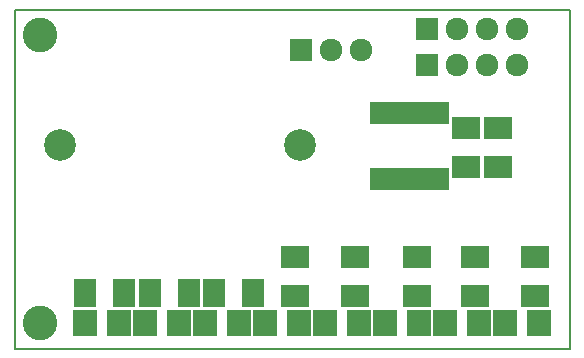
<source format=gts>
G04 (created by PCBNEW (2013-07-07 BZR 4022)-stable) date 06/07/2014 18:00:34*
%MOIN*%
G04 Gerber Fmt 3.4, Leading zero omitted, Abs format*
%FSLAX34Y34*%
G01*
G70*
G90*
G04 APERTURE LIST*
%ADD10C,0.00393701*%
%ADD11C,0.00590551*%
%ADD12R,0.032248X0.073648*%
%ADD13R,0.095748X0.075748*%
%ADD14R,0.075748X0.095748*%
%ADD15R,0.075748X0.075748*%
%ADD16C,0.075748*%
%ADD17R,0.078648X0.086648*%
%ADD18C,0.105748*%
%ADD19C,0.115748*%
G04 APERTURE END LIST*
G54D10*
G54D11*
X18050Y-14200D02*
X17850Y-14200D01*
X18050Y-25500D02*
X17850Y-25500D01*
X36350Y-14200D02*
X36350Y-25500D01*
X18050Y-14200D02*
X36350Y-14200D01*
X17850Y-25500D02*
X17850Y-14200D01*
X36350Y-25500D02*
X18050Y-25500D01*
G54D12*
X31128Y-17648D03*
X30872Y-17648D03*
X30616Y-17648D03*
X30360Y-17648D03*
X31892Y-19850D03*
X31896Y-17648D03*
X31640Y-17648D03*
X31384Y-17648D03*
X30104Y-19852D03*
X30360Y-19852D03*
X30616Y-19852D03*
X30872Y-19852D03*
X31128Y-19852D03*
X31384Y-19852D03*
X30104Y-17648D03*
X31640Y-19850D03*
X32152Y-17648D03*
X29848Y-17648D03*
X29848Y-19852D03*
X32152Y-19852D03*
G54D13*
X35200Y-22450D03*
X35200Y-23750D03*
X33200Y-22450D03*
X33200Y-23750D03*
X31250Y-22450D03*
X31250Y-23750D03*
X29200Y-22450D03*
X29200Y-23750D03*
X27200Y-22450D03*
X27200Y-23750D03*
G54D14*
X24500Y-23650D03*
X25800Y-23650D03*
X22350Y-23650D03*
X23650Y-23650D03*
X20200Y-23650D03*
X21500Y-23650D03*
G54D15*
X31600Y-14850D03*
G54D16*
X32600Y-14850D03*
X33600Y-14850D03*
X34600Y-14850D03*
G54D15*
X31600Y-16050D03*
G54D16*
X32600Y-16050D03*
X33600Y-16050D03*
X34600Y-16050D03*
G54D15*
X27400Y-15550D03*
G54D16*
X28400Y-15550D03*
X29400Y-15550D03*
G54D17*
X34191Y-24650D03*
X35309Y-24650D03*
X32191Y-24650D03*
X33309Y-24650D03*
X30191Y-24650D03*
X31309Y-24650D03*
X28191Y-24650D03*
X29309Y-24650D03*
X26191Y-24650D03*
X27309Y-24650D03*
X24191Y-24650D03*
X25309Y-24650D03*
X22191Y-24650D03*
X23309Y-24650D03*
X20191Y-24650D03*
X21309Y-24650D03*
G54D18*
X19350Y-18700D03*
X27350Y-18700D03*
G54D13*
X32900Y-18150D03*
X32900Y-19450D03*
X33950Y-18150D03*
X33950Y-19450D03*
G54D19*
X18700Y-15050D03*
X18700Y-24650D03*
M02*

</source>
